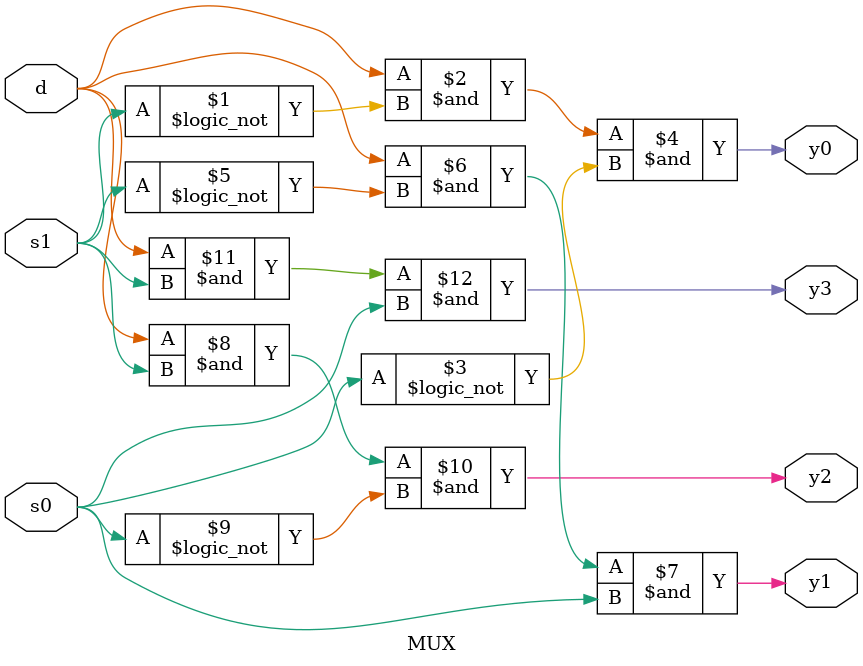
<source format=v>
 module MUX(d,s1,s0,y0,y1,y2,y3);
input d,s1,s0;
output y0,y1,y2,y3;
assign y0 = d&!s1&!s0,y1 = d&!s1&s0,y2 = d&s1&!s0,y3 = d&s1&s0;
endmodule
</source>
